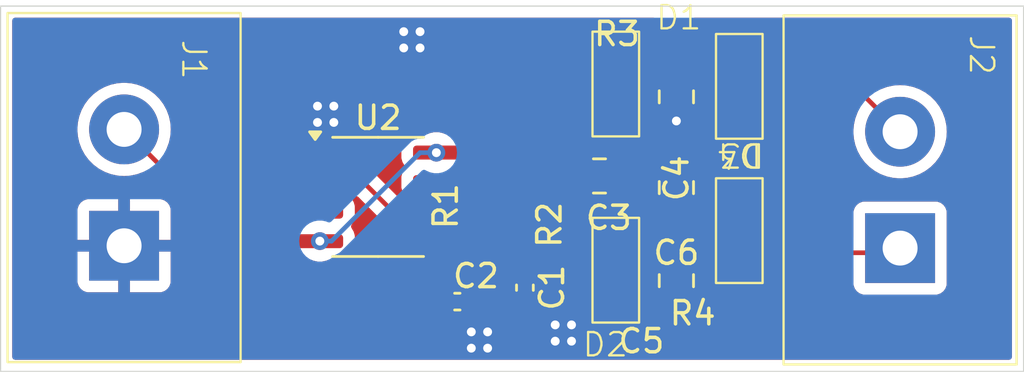
<source format=kicad_pcb>
(kicad_pcb (version 20240108) (generator "pcbnew") (generator_version "8.0")
  (layers (0 "F.Cu" signal) (31 "B.Cu" signal) (34 "B.Paste" user) (35 "F.Paste" user) (36 "B.SilkS" user "B.Silkscreen") (37 "F.SilkS" user "F.Silkscreen") (38 "B.Mask" user) (39 "F.Mask" user) (44 "Edge.Cuts" user))
  (net 0 "")
  (net 1 "GND")
  (net 2 "/THR")
  (net 3 "/CV")
  (net 4 "/DIODES")
  (net 5 "/SQUARE")
  (net 6 "/VCC")
  (net 7 "/DIS")
  (net 8 "/OUT1")
  (net 9 "/OUT2")
  (net 10 "/DIODES2")
  (footprint "custom:2x 5mm Screw Terminal" (layer "F.Cu") (at 171.3 91 -90)
    (property "Reference" "J2" (at -5.8 1.5 -90) (layer "F.SilkS") (effects (font (thickness 0.1))))
    (property "Value" "Screw_Terminal_01x02" (hide yes))
    (fp_rect (start -7.5 0) (end 7.5 10) (stroke (width 0.1)) (fill none) (layer "F.SilkS"))
    (pad "1" thru_hole circle (at -2.5 5 270) (size 3 3) (drill 1.5) (layers "*.Cu" "*.Mask") (net 8 "/OUT1"))
    (pad "2" thru_hole rect (at 2.5 5 270) (size 3 3) (drill 1.5) (layers "*.Cu" "*.Mask") (net 9 "/OUT2"))
  )
  (footprint "custom:SS13HE diode" (layer "F.Cu") (at 157.6 86.2 90)
    (property "Reference" "D1" (at 2.6 -0.8 0) (layer "F.SilkS") (effects (font (thickness 0.1))))
    (property "Value" "SS14HE" (hide yes))
    (fp_rect (start -2.5 -4.5) (end 2 -2.5) (stroke (width 0.1)) (fill none) (layer "F.SilkS"))
    (pad "1" smd roundrect (at -1.2 -3.5 90) (size 2.4 1) (layers "F.Cu" "F.Paste" "F.Mask") (net 4 "/DIODES"))
    (pad "2" smd roundrect (at 1.1 -3.5 90) (size 1.2 1) (layers "F.Cu" "F.Paste" "F.Mask") (net 8 "/OUT1"))
  )
  (footprint "Capacitor_SMD:C_0201_0603Metric_Pad0.64x0.40mm_HandSolder" (layer "F.Cu") (at 148.4 90 90)
    (property "Reference" "R1" (at -1.7 -1.6 90) (layer "F.SilkS"))
    (property "Value" "1000" (hide yes))
    (pad "1" smd roundrect (at -0.4075 0 90) (size 0.635 0.4) (layers "F.Cu" "F.Mask") (net 6 "/VCC"))
    (pad "2" smd roundrect (at 0.4075 0 90) (size 0.635 0.4) (layers "F.Cu" "F.Mask") (net 7 "/DIS"))
  )
  (footprint "Package_SO:SOIC-8_3.9x4.9mm_P1.27mm" (layer "F.Cu") (at 143.9 91.3)
    (property "Reference" "U2" (at 0 -3.4 0) (layer "F.SilkS"))
    (property "Value" "TLC555CDR" (hide yes))
    (fp_line (start 0 -2.56) (end -1.95 -2.56) (stroke (width 0.12)) (layer "F.SilkS"))
    (fp_line (start 0 -2.56) (end 1.95 -2.56) (stroke (width 0.12)) (layer "F.SilkS"))
    (fp_line (start 0 2.56) (end -1.95 2.56) (stroke (width 0.12)) (layer "F.SilkS"))
    (fp_line (start 0 2.56) (end 1.95 2.56) (stroke (width 0.12)) (layer "F.SilkS"))
    (fp_poly (pts (xy -2.7 -2.465) (xy -2.94 -2.795) (xy -2.46 -2.795) (xy -2.7 -2.465)) (stroke (width 0.12)) (fill solid) (layer "F.SilkS"))
    (pad "1" smd roundrect (at -2.475 -1.905) (size 1.95 0.6) (layers "F.Cu" "F.Paste" "F.Mask") (net 1 "GND"))
    (pad "2" smd roundrect (at -2.475 -0.635) (size 1.95 0.6) (layers "F.Cu" "F.Paste" "F.Mask") (net 2 "/THR"))
    (pad "3" smd roundrect (at -2.475 0.635) (size 1.95 0.6) (layers "F.Cu" "F.Paste" "F.Mask") (net 5 "/SQUARE"))
    (pad "4" smd roundrect (at -2.475 1.905) (size 1.95 0.6) (layers "F.Cu" "F.Paste" "F.Mask") (net 6 "/VCC"))
    (pad "5" smd roundrect (at 2.475 1.905) (size 1.95 0.6) (layers "F.Cu" "F.Paste" "F.Mask") (net 3 "/CV"))
    (pad "6" smd roundrect (at 2.475 0.635) (size 1.95 0.6) (layers "F.Cu" "F.Paste" "F.Mask") (net 2 "/THR"))
    (pad "7" smd roundrect (at 2.475 -0.635) (size 1.95 0.6) (layers "F.Cu" "F.Paste" "F.Mask") (net 7 "/DIS"))
    (pad "8" smd roundrect (at 2.475 -1.905) (size 1.95 0.6) (layers "F.Cu" "F.Paste" "F.Mask") (net 6 "/VCC"))
  )
  (footprint "Capacitor_SMD:C_0805_2012Metric_Pad1.18x1.45mm_HandSolder" (layer "F.Cu") (at 156.7 90.9 -90)
    (property "Reference" "C6" (at 2.8 0 0) (layer "F.SilkS"))
    (property "Value" "1uF" (hide yes))
    (fp_line (start -0.261252 0.735) (end 0.261252 0.735) (stroke (width 0.12)) (layer "F.SilkS"))
    (fp_line (start -0.261252 -0.735) (end 0.261252 -0.735) (stroke (width 0.12)) (layer "F.SilkS"))
    (pad "1" smd roundrect (at -1.0375 0 270) (size 1.175 1.45) (layers "F.Cu" "F.Paste" "F.Mask") (roundrect_rratio 0.212766) (net 10 "/DIODES2"))
    (pad "2" smd roundrect (at 1.0375 0 270) (size 1.175 1.45) (layers "F.Cu" "F.Paste" "F.Mask") (roundrect_rratio 0.212766) (net 4 "/DIODES"))
  )
  (footprint "Capacitor_SMD:C_0402_1005Metric_Pad0.74x0.62mm_HandSolder" (layer "F.Cu") (at 147.3 95.8)
    (property "Reference" "C2" (at 0.8 -1.1 0) (layer "F.SilkS"))
    (property "Value" "10nF" (hide yes))
    (fp_line (start -0.115835 -0.36) (end 0.115835 -0.36) (stroke (width 0.12)) (layer "F.SilkS"))
    (fp_line (start -0.115835 0.36) (end 0.115835 0.36) (stroke (width 0.12)) (layer "F.SilkS"))
    (pad "1" smd roundrect (at -0.5675 0) (size 0.735 0.62) (layers "F.Cu" "F.Paste" "F.Mask") (net 3 "/CV"))
    (pad "2" smd roundrect (at 0.5675 0) (size 0.735 0.62) (layers "F.Cu" "F.Paste" "F.Mask") (net 1 "GND"))
  )
  (footprint "Capacitor_SMD:C_0805_2012Metric_Pad1.18x1.45mm_HandSolder" (layer "F.Cu") (at 156.7 94.9 90)
    (property "Reference" "C5" (at -2.6 -1.5 180) (layer "F.SilkS"))
    (property "Value" "10uF" (hide yes))
    (fp_line (start -0.261252 -0.735) (end 0.261252 -0.735) (stroke (width 0.12)) (layer "F.SilkS"))
    (fp_line (start -0.261252 0.735) (end 0.261252 0.735) (stroke (width 0.12)) (layer "F.SilkS"))
    (pad "1" smd roundrect (at -1.0375 0 90) (size 1.175 1.45) (layers "F.Cu" "F.Paste" "F.Mask") (roundrect_rratio 0.212766) (net 1 "GND"))
    (pad "2" smd roundrect (at 1.0375 0 90) (size 1.175 1.45) (layers "F.Cu" "F.Paste" "F.Mask") (roundrect_rratio 0.212766) (net 9 "/OUT2"))
  )
  (footprint "custom:SS13HE diode" (layer "F.Cu") (at 155.9 93 -90)
    (property "Reference" "D4" (at -3.5 -3.5 180) (layer "F.SilkS") (effects (font (thickness 0.1))))
    (property "Value" "SS14HE" (hide yes))
    (fp_rect (start -2.5 -4.5) (end 2 -2.5) (stroke (width 0.1)) (fill none) (layer "F.SilkS"))
    (pad "1" smd roundrect (at 1.1 -3.5 270) (size 1.2 1) (layers "F.Cu" "F.Paste" "F.Mask") (net 10 "/DIODES2"))
    (pad "2" smd roundrect (at -1.2 -3.5 270) (size 2.4 1) (layers "F.Cu" "F.Paste" "F.Mask") (net 9 "/OUT2"))
  )
  (footprint "custom:2x 5mm Screw Terminal" (layer "F.Cu") (at 138 90.9 -90)
    (property "Reference" "J1" (at -5.5 2 -90) (layer "F.SilkS") (effects (font (thickness 0.1))))
    (property "Value" "Screw_Terminal_01x02" (hide yes))
    (fp_rect (start -7.5 0) (end 7.5 10) (stroke (width 0.1)) (fill none) (layer "F.SilkS"))
    (pad "1" thru_hole circle (at -2.5 5 270) (size 3 3) (drill 1.5) (layers "*.Cu" "*.Mask") (net 6 "/VCC"))
    (pad "2" thru_hole rect (at 2.5 5 270) (size 3 3) (drill 1.5) (layers "*.Cu" "*.Mask") (net 1 "GND"))
  )
  (footprint "Capacitor_SMD:C_0201_0603Metric_Pad0.64x0.40mm_HandSolder" (layer "F.Cu") (at 150.2 92.5 -90)
    (property "Reference" "R2" (at 0 -1.05 90) (layer "F.SilkS"))
    (property "Value" "10000" (hide yes))
    (pad "1" smd roundrect (at -0.4075 0 270) (size 0.635 0.4) (layers "F.Cu" "F.Mask") (net 7 "/DIS"))
    (pad "2" smd roundrect (at 0.4075 0 270) (size 0.635 0.4) (layers "F.Cu" "F.Mask") (net 2 "/THR"))
  )
  (footprint "Capacitor_SMD:C_0805_2012Metric_Pad1.18x1.45mm_HandSolder" (layer "F.Cu") (at 153.4 90.4)
    (property "Reference" "C3" (at 0.4 1.8 360) (layer "F.SilkS"))
    (property "Value" "1uF" (hide yes))
    (fp_line (start -0.261252 -0.735) (end 0.261252 -0.735) (stroke (width 0.12)) (layer "F.SilkS"))
    (fp_line (start -0.261252 0.735) (end 0.261252 0.735) (stroke (width 0.12)) (layer "F.SilkS"))
    (pad "1" smd roundrect (at -1.0375 0) (size 1.175 1.45) (layers "F.Cu" "F.Paste" "F.Mask") (roundrect_rratio 0.212766) (net 5 "/SQUARE"))
    (pad "2" smd roundrect (at 1.0375 0) (size 1.175 1.45) (layers "F.Cu" "F.Paste" "F.Mask") (roundrect_rratio 0.212766) (net 4 "/DIODES"))
  )
  (footprint "Capacitor_SMD:C_0201_0603Metric_Pad0.64x0.40mm_HandSolder" (layer "F.Cu") (at 159.4 96.1 180)
    (property "Reference" "R4" (at 2 -0.2 360) (layer "F.SilkS"))
    (property "Value" "1000" (hide yes))
    (pad "1" smd roundrect (at -0.4075 0 180) (size 0.635 0.4) (layers "F.Cu" "F.Mask") (net 9 "/OUT2"))
    (pad "2" smd roundrect (at 0.4075 0 180) (size 0.635 0.4) (layers "F.Cu" "F.Mask") (net 1 "GND"))
  )
  (footprint "Capacitor_SMD:C_0402_1005Metric_Pad0.74x0.62mm_HandSolder" (layer "F.Cu") (at 150.2 95.2 -90)
    (property "Reference" "C1" (at 0 -1.16 90) (layer "F.SilkS"))
    (property "Value" "10nF" (hide yes))
    (fp_line (start -0.115835 0.36) (end 0.115835 0.36) (stroke (width 0.12)) (layer "F.SilkS"))
    (fp_line (start -0.115835 -0.36) (end 0.115835 -0.36) (stroke (width 0.12)) (layer "F.SilkS"))
    (pad "1" smd roundrect (at -0.5675 0 270) (size 0.735 0.62) (layers "F.Cu" "F.Paste" "F.Mask") (net 2 "/THR"))
    (pad "2" smd roundrect (at 0.5675 0 270) (size 0.735 0.62) (layers "F.Cu" "F.Paste" "F.Mask") (net 1 "GND"))
  )
  (footprint "custom:SS13HE diode" (layer "F.Cu") (at 157.6 94.2 90)
    (property "Reference" "D2" (at -3.45 -3.95 0) (layer "F.SilkS") (effects (font (thickness 0.1))))
    (property "Value" "SS14HE" (hide yes))
    (fp_rect (start -2.5 -4.5) (end 2 -2.5) (stroke (width 0.1)) (fill none) (layer "F.SilkS"))
    (pad "1" smd roundrect (at -1.2 -3.5 90) (size 2.4 1) (layers "F.Cu" "F.Paste" "F.Mask") (net 1 "GND"))
    (pad "2" smd roundrect (at 1.1 -3.5 90) (size 1.2 1) (layers "F.Cu" "F.Paste" "F.Mask") (net 4 "/DIODES"))
  )
  (footprint "custom:SS13HE diode" (layer "F.Cu") (at 155.9 86.8 -90)
    (property "Reference" "D3" (at 2.7 -3.6 180) (layer "F.SilkS") (effects (font (thickness 0.1))))
    (property "Value" "SS14HE" (hide yes))
    (fp_rect (start -2.5 -4.5) (end 2 -2.5) (stroke (width 0.1)) (fill none) (layer "F.SilkS"))
    (pad "1" smd roundrect (at 1.1 -3.5 270) (size 1.2 1) (layers "F.Cu" "F.Paste" "F.Mask") (net 8 "/OUT1"))
    (pad "2" smd roundrect (at -1.2 -3.5 270) (size 2.4 1) (layers "F.Cu" "F.Paste" "F.Mask") (net 10 "/DIODES2"))
  )
  (footprint "Capacitor_SMD:C_0805_2012Metric_Pad1.18x1.45mm_HandSolder" (layer "F.Cu") (at 156.7 87 90)
    (property "Reference" "C4" (at -3.5 0 90) (layer "F.SilkS"))
    (property "Value" "10uF" (hide yes))
    (fp_line (start -0.261252 -0.735) (end 0.261252 -0.735) (stroke (width 0.12)) (layer "F.SilkS"))
    (fp_line (start -0.261252 0.735) (end 0.261252 0.735) (stroke (width 0.12)) (layer "F.SilkS"))
    (pad "1" smd roundrect (at -1.0375 0 90) (size 1.175 1.45) (layers "F.Cu" "F.Paste" "F.Mask") (roundrect_rratio 0.212766))
    (pad "2" smd roundrect (at 1.0375 0 90) (size 1.175 1.45) (layers "F.Cu" "F.Paste" "F.Mask") (roundrect_rratio 0.212766) (net 8 "/OUT1"))
  )
  (footprint "Capacitor_SMD:C_0201_0603Metric_Pad0.64x0.40mm_HandSolder" (layer "F.Cu") (at 156.6 84.5 180)
    (property "Reference" "R3" (at 2.45 0.2 0) (layer "F.SilkS"))
    (property "Value" "1000" (hide yes))
    (pad "1" smd roundrect (at -0.4075 0 180) (size 0.635 0.4) (layers "F.Cu" "F.Mask") (net 8 "/OUT1"))
    (pad "2" smd roundrect (at 0.4075 0 180) (size 0.635 0.4) (layers "F.Cu" "F.Mask") (net 1 "GND"))
  )
  (gr_rect (start 127.7 83.1) (end 171.6 98.8) (stroke (width 0.05)) (fill none) (layer "Edge.Cuts"))
  (segment (start 158.8075 96.5075) (end 158.8075 96.485) (width 0.2) (layer "F.Cu") (net 1))
  (segment (start 158.9925 96.9925) (end 158.8075 96.9925) (width 0.2) (layer "F.Cu") (net 1))
  (segment (start 158.8075 96.9925) (end 158.8 97) (width 0.2) (layer "F.Cu") (net 1))
  (segment (start 158.9925 96.3) (end 158.9925 96.9925) (width 0.2) (layer "F.Cu") (net 1))
  (segment (start 158.7 96.3925) (end 158.5 96.1925) (width 0.2) (layer "F.Cu") (net 1))
  (segment (start 158.9925 96.1) (end 158.9925 96.3) (width 0.2) (layer "F.Cu") (net 1))
  (segment (start 158.9925 96.9925) (end 159 97) (width 0.2) (layer "F.Cu") (net 1))
  (segment (start 158.8075 96.485) (end 158.9925 96.3) (width 0.2) (layer "F.Cu") (net 1))
  (segment (start 158.9925 96.1) (end 158.7 96.3925) (width 0.2) (layer "F.Cu") (net 1))
  (segment (start 156.1925 84.5) (end 155.7 84.5) (width 0.2) (layer "F.Cu") (net 1))
  (segment (start 158.8075 96.5075) (end 158.8075 96.9925) (width 0.2) (layer "F.Cu") (net 1))
  (segment (start 150.1675 95.8) (end 150.2 95.7675) (width 0.2) (layer "F.Cu") (net 1))
  (segment (start 155.7 84.5) (end 155.3 84.1) (width 0.2) (layer "F.Cu") (net 1))
  (segment (start 158.5 96.2) (end 158.8075 96.5075) (width 0.2) (layer "F.Cu") (net 1))
  (segment (start 158.5 96.1925) (end 158.5 96.2) (width 0.2) (layer "F.Cu") (net 1))
  (via (at 142 87.4) (size 0.762) (drill 0.381) (layers "F.Cu" "B.Cu") (net 1))
  (via (at 152.2 96.8) (size 0.762) (drill 0.381) (layers "F.Cu" "B.Cu") (net 1))
  (via (at 147.9 97.8) (size 0.762) (drill 0.381) (layers "F.Cu" "B.Cu") (net 1))
  (via (at 148.6 97.1) (size 0.762) (drill 0.381) (layers "F.Cu" "B.Cu") (net 1))
  (via (at 141.3 87.4) (size 0.762) (drill 0.381) (layers "F.Cu" "B.Cu") (net 1))
  (via (at 142 88.1) (size 0.762) (drill 0.381) (layers "F.Cu" "B.Cu") (net 1))
  (via (at 148.6 97.8) (size 0.762) (drill 0.381) (layers "F.Cu" "B.Cu") (net 1))
  (via (at 151.5 97.5) (size 0.762) (drill 0.381) (layers "F.Cu" "B.Cu") (net 1))
  (via (at 156.7 88.0375) (size 0.762) (drill 0.381) (layers "F.Cu" "B.Cu") (net 1))
  (via (at 151.5 96.8) (size 0.762) (drill 0.381) (layers "F.Cu" "B.Cu") (net 1))
  (via (at 145.7 84.9) (size 0.762) (drill 0.381) (layers "F.Cu" "B.Cu") (net 1))
  (via (at 145.7 84.2) (size 0.762) (drill 0.381) (layers "F.Cu" "B.Cu") (net 1))
  (via (at 145 84.2) (size 0.762) (drill 0.381) (layers "F.Cu" "B.Cu") (net 1))
  (via (at 145 84.9) (size 0.762) (drill 0.381) (layers "F.Cu" "B.Cu") (net 1))
  (via (at 141.3 88.1) (size 0.762) (drill 0.381) (layers "F.Cu" "B.Cu") (net 1))
  (via (at 147.9 97.1) (size 0.762) (drill 0.381) (layers "F.Cu" "B.Cu") (net 1))
  (via (at 152.2 97.5) (size 0.762) (drill 0.381) (layers "F.Cu" "B.Cu") (net 1))
  (segment (start 149.433052 92.9075) (end 150.2 92.9075) (width 0.2) (layer "F.Cu") (net 2))
  (segment (start 146.375 91.935) (end 148.460552 91.935) (width 0.2) (layer "F.Cu") (net 2))
  (segment (start 143.265 90.665) (end 144.535 91.935) (width 0.2) (layer "F.Cu") (net 2))
  (segment (start 141.425 90.665) (end 143.265 90.665) (width 0.2) (layer "F.Cu") (net 2))
  (segment (start 150.2 94.6325) (end 150.2 92.9075) (width 0.2) (layer "F.Cu") (net 2))
  (segment (start 148.460552 91.935) (end 149.433052 92.9075) (width 0.2) (layer "F.Cu") (net 2))
  (segment (start 144.535 91.935) (end 146.375 91.935) (width 0.2) (layer "F.Cu") (net 2))
  (segment (start 146.7325 93.5625) (end 147.195 93.1) (width 0.2) (layer "F.Cu") (net 3))
  (segment (start 146.7325 95.8) (end 146.7325 93.5625) (width 0.2) (layer "F.Cu") (net 3))
  (segment (start 146.7325 93.5625) (end 146.375 93.205) (width 0.2) (layer "F.Cu") (net 3))
  (segment (start 154.1375 91.9375) (end 154.1 91.9) (width 0.2) (layer "F.Cu") (net 4))
  (segment (start 154.1 93.1) (end 154.1 91.9) (width 0.2) (layer "F.Cu") (net 4))
  (segment (start 154.4375 87.7375) (end 154.1 87.4) (width 0.2) (layer "F.Cu") (net 4))
  (segment (start 156.7 91.9375) (end 154.1375 91.9375) (width 0.2) (layer "F.Cu") (net 4))
  (segment (start 154.1 90.7375) (end 154.4375 90.4) (width 0.2) (layer "F.Cu") (net 4))
  (segment (start 154.4375 90.4) (end 154.4375 87.7375) (width 0.2) (layer "F.Cu") (net 4))
  (segment (start 154.1 91.9) (end 154.1 90.7375) (width 0.2) (layer "F.Cu") (net 4))
  (segment (start 140.450001 91.935) (end 138.5 89.984999) (width 0.2) (layer "F.Cu") (net 5))
  (segment (start 151.765686 90.4) (end 152.3625 90.4) (width 0.2) (layer "F.Cu") (net 5))
  (segment (start 141.425 91.935) (end 140.450001 91.935) (width 0.2) (layer "F.Cu") (net 5))
  (segment (start 139.5 86.4) (end 147.765686 86.4) (width 0.2) (layer "F.Cu") (net 5))
  (segment (start 147.765686 86.4) (end 151.765686 90.4) (width 0.2) (layer "F.Cu") (net 5))
  (segment (start 138.5 89.984999) (end 138.5 87.4) (width 0.2) (layer "F.Cu") (net 5))
  (segment (start 138.5 87.4) (end 139.5 86.4) (width 0.2) (layer "F.Cu") (net 5))
  (segment (start 141.425 93.205) (end 137.805 93.205) (width 0.2) (layer "F.Cu") (net 6))
  (segment (start 137.805 93.205) (end 133 88.4) (width 0.2) (layer "F.Cu") (net 6))
  (segment (start 148.4925 89.3) (end 146.47 89.3) (width 0.2) (layer "F.Cu") (net 6))
  (segment (start 146.47 89.3) (end 146.375 89.395) (width 0.2) (layer "F.Cu") (net 6))
  (via (at 141.4 93.2) (size 0.762) (drill 0.381) (layers "F.Cu" "B.Cu") (net 6))
  (via (at 146.4 89.4) (size 0.762) (drill 0.381) (layers "F.Cu" "B.Cu") (net 6))
  (segment (start 141.9 93.2) (end 141.4 93.2) (width 0.2) (layer "B.Cu") (net 6))
  (segment (start 146.4 89.4) (end 145.7 89.4) (width 0.2) (layer "B.Cu") (net 6))
  (segment (start 145.7 89.4) (end 141.9 93.2) (width 0.2) (layer "B.Cu") (net 6))
  (segment (start 150.2 91.414999) (end 149.4425 90.6575) (width 0.2) (layer "F.Cu") (net 7))
  (segment (start 150.2 92.0925) (end 150.2 91.414999) (width 0.2) (layer "F.Cu") (net 7))
  (segment (start 149.3 90.665) (end 149.435 90.665) (width 0.2) (layer "F.Cu") (net 7))
  (segment (start 146.375 90.665) (end 148.3 90.665) (width 0.2) (layer "F.Cu") (net 7))
  (segment (start 149.3075 90.6575) (end 149.3 90.665) (width 0.2) (layer "F.Cu") (net 7))
  (segment (start 149.435 90.665) (end 149.4425 90.6575) (width 0.2) (layer "F.Cu") (net 7))
  (segment (start 148.3 90.665) (end 149.3 90.665) (width 0.2) (layer "F.Cu") (net 7))
  (segment (start 154.9 85.1) (end 155.7625 85.9625) (width 0.2) (layer "F.Cu") (net 8))
  (segment (start 157.6075 85.1) (end 157.0075 84.5) (width 0.2) (layer "F.Cu") (net 8))
  (segment (start 154.1 85.1) (end 154.9 85.1) (width 0.2) (layer "F.Cu") (net 8))
  (segment (start 155.7625 85.9625) (end 156.7 85.9625) (width 0.2) (layer "F.Cu") (net 8))
  (segment (start 159.4 85.1) (end 157.6075 85.1) (width 0.2) (layer "F.Cu") (net 8))
  (segment (start 157.6075 85.1) (end 156.745 85.9625) (width 0.2) (layer "F.Cu") (net 8))
  (segment (start 156.745 85.9625) (end 156.7 85.9625) (width 0.2) (layer "F.Cu") (net 8))
  (segment (start 159.4 85.1) (end 162.9 85.1) (width 0.2) (layer "F.Cu") (net 8))
  (segment (start 162.9 85.1) (end 166.3 88.5) (width 0.2) (layer "F.Cu") (net 8))
  (segment (start 159.2375 93.8625) (end 159.4 93.7) (width 0.2) (layer "F.Cu") (net 9))
  (segment (start 159.4 93.7) (end 166.1 93.7) (width 0.2) (layer "F.Cu") (net 9))
  (segment (start 156.7 93.8625) (end 159.2375 93.8625) (width 0.2) (layer "F.Cu") (net 9))
  (segment (start 166.1 93.7) (end 166.3 93.5) (width 0.2) (layer "F.Cu") (net 9))
  (segment (start 159.8075 94.1075) (end 159.4 93.7) (width 0.2) (layer "F.Cu") (net 9))
  (segment (start 159.8075 96.1) (end 159.8075 94.1075) (width 0.2) (layer "F.Cu") (net 9))
  (segment (start 156.7 89.8625) (end 157.8625 89.8625) (width 0.2) (layer "F.Cu") (net 10))
  (segment (start 159.4 88.6) (end 158 90) (width 0.2) (layer "F.Cu") (net 10))
  (segment (start 157.8625 89.8625) (end 157.9 89.9) (width 0.2) (layer "F.Cu") (net 10))
  (segment (start 157.9 89.9) (end 158 90) (width 0.2) (layer "F.Cu") (net 10))
  (segment (start 159.4 87.4) (end 159.4 88.6) (width 0.2) (layer "F.Cu") (net 10))
  (segment (start 159.1625 88.3625) (end 159.4 88.6) (width 0.2) (layer "F.Cu") (net 10))
  (segment (start 158 90) (end 159.4 91.4) (width 0.2) (layer "F.Cu") (net 10))
  (zone (net 1) (net_name "GND") (layers "F&B.Cu") (connect_pads (clearance 0.5)) (min_thickness 0.25) (fill yes (thermal_gap 0.5) (thermal_bridge_width 0.5))
    (polygon (pts (xy 171.6 83.1) (xy 171.6 98.8) (xy 127.7 98.8) (xy 127.7 83.1)))
  )
)
</source>
